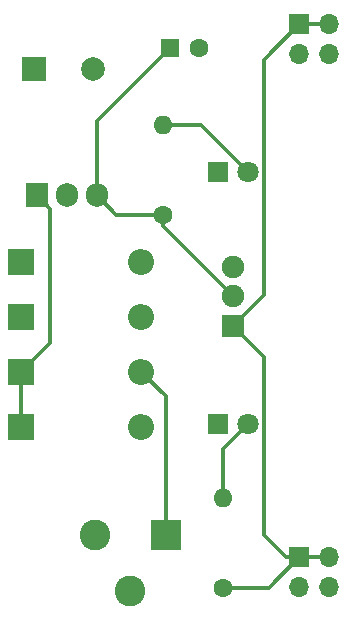
<source format=gtl>
%TF.GenerationSoftware,KiCad,Pcbnew,(5.1.6-0-10_14)*%
%TF.CreationDate,2020-11-27T13:54:23+01:00*%
%TF.ProjectId,Power_supply,506f7765-725f-4737-9570-706c792e6b69,rev?*%
%TF.SameCoordinates,Original*%
%TF.FileFunction,Copper,L1,Top*%
%TF.FilePolarity,Positive*%
%FSLAX46Y46*%
G04 Gerber Fmt 4.6, Leading zero omitted, Abs format (unit mm)*
G04 Created by KiCad (PCBNEW (5.1.6-0-10_14)) date 2020-11-27 13:54:23*
%MOMM*%
%LPD*%
G01*
G04 APERTURE LIST*
%TA.AperFunction,ComponentPad*%
%ADD10R,2.000000X2.000000*%
%TD*%
%TA.AperFunction,ComponentPad*%
%ADD11C,2.000000*%
%TD*%
%TA.AperFunction,ComponentPad*%
%ADD12R,1.600000X1.600000*%
%TD*%
%TA.AperFunction,ComponentPad*%
%ADD13C,1.600000*%
%TD*%
%TA.AperFunction,ComponentPad*%
%ADD14R,2.200000X2.200000*%
%TD*%
%TA.AperFunction,ComponentPad*%
%ADD15O,2.200000X2.200000*%
%TD*%
%TA.AperFunction,ComponentPad*%
%ADD16C,1.800000*%
%TD*%
%TA.AperFunction,ComponentPad*%
%ADD17R,1.800000X1.800000*%
%TD*%
%TA.AperFunction,ComponentPad*%
%ADD18R,2.600000X2.600000*%
%TD*%
%TA.AperFunction,ComponentPad*%
%ADD19C,2.600000*%
%TD*%
%TA.AperFunction,ComponentPad*%
%ADD20R,1.700000X1.700000*%
%TD*%
%TA.AperFunction,ComponentPad*%
%ADD21O,1.700000X1.700000*%
%TD*%
%TA.AperFunction,ComponentPad*%
%ADD22O,1.600000X1.600000*%
%TD*%
%TA.AperFunction,ComponentPad*%
%ADD23R,1.900000X1.900000*%
%TD*%
%TA.AperFunction,ComponentPad*%
%ADD24C,1.900000*%
%TD*%
%TA.AperFunction,ComponentPad*%
%ADD25R,1.905000X2.000000*%
%TD*%
%TA.AperFunction,ComponentPad*%
%ADD26O,1.905000X2.000000*%
%TD*%
%TA.AperFunction,Conductor*%
%ADD27C,0.300000*%
%TD*%
G04 APERTURE END LIST*
D10*
%TO.P,C1,1*%
%TO.N,/Vin*%
X121320000Y-87230000D03*
D11*
%TO.P,C1,2*%
%TO.N,/V-*%
X126320000Y-87230000D03*
%TD*%
D12*
%TO.P,C2,1*%
%TO.N,/Vout1*%
X132830000Y-85490000D03*
D13*
%TO.P,C2,2*%
%TO.N,/V-*%
X135330000Y-85490000D03*
%TD*%
D14*
%TO.P,D1,1*%
%TO.N,/Vin*%
X120260000Y-112893332D03*
D15*
%TO.P,D1,2*%
%TO.N,Net-(D1-Pad2)*%
X130420000Y-112893332D03*
%TD*%
%TO.P,D2,2*%
%TO.N,/V-*%
X130420000Y-103580000D03*
D14*
%TO.P,D2,1*%
%TO.N,Net-(D1-Pad2)*%
X120260000Y-103580000D03*
%TD*%
D15*
%TO.P,D3,2*%
%TO.N,Net-(D3-Pad2)*%
X130420000Y-117550000D03*
D14*
%TO.P,D3,1*%
%TO.N,/Vin*%
X120260000Y-117550000D03*
%TD*%
D15*
%TO.P,D4,2*%
%TO.N,/V-*%
X130420000Y-108236666D03*
D14*
%TO.P,D4,1*%
%TO.N,Net-(D3-Pad2)*%
X120260000Y-108236666D03*
%TD*%
D16*
%TO.P,D5,2*%
%TO.N,Net-(D5-Pad2)*%
X139455000Y-95940000D03*
D17*
%TO.P,D5,1*%
%TO.N,/V-*%
X136915000Y-95940000D03*
%TD*%
%TO.P,D6,1*%
%TO.N,/V-*%
X136915000Y-117280000D03*
D16*
%TO.P,D6,2*%
%TO.N,Net-(D6-Pad2)*%
X139455000Y-117280000D03*
%TD*%
D18*
%TO.P,J1,1*%
%TO.N,Net-(D1-Pad2)*%
X132500000Y-126730000D03*
D19*
%TO.P,J1,2*%
%TO.N,Net-(D3-Pad2)*%
X126500000Y-126730000D03*
%TO.P,J1,3*%
%TO.N,Net-(J1-Pad3)*%
X129500000Y-131430000D03*
%TD*%
D20*
%TO.P,J2,1*%
%TO.N,/Vout2*%
X143800000Y-83460000D03*
D21*
%TO.P,J2,2*%
X146340000Y-83460000D03*
%TO.P,J2,3*%
%TO.N,/V-*%
X143800000Y-86000000D03*
%TO.P,J2,4*%
X146340000Y-86000000D03*
%TD*%
%TO.P,J3,4*%
%TO.N,/V-*%
X146340000Y-131100000D03*
%TO.P,J3,3*%
X143800000Y-131100000D03*
%TO.P,J3,2*%
%TO.N,/Vout2*%
X146340000Y-128560000D03*
D20*
%TO.P,J3,1*%
X143800000Y-128560000D03*
%TD*%
D22*
%TO.P,R1,2*%
%TO.N,Net-(D5-Pad2)*%
X132240000Y-91960000D03*
D13*
%TO.P,R1,1*%
%TO.N,/Vout1*%
X132240000Y-99580000D03*
%TD*%
%TO.P,R2,1*%
%TO.N,/Vout2*%
X137330000Y-131150000D03*
D22*
%TO.P,R2,2*%
%TO.N,Net-(D6-Pad2)*%
X137330000Y-123530000D03*
%TD*%
D23*
%TO.P,SW1,1*%
%TO.N,/Vout2*%
X138190000Y-108990000D03*
D24*
%TO.P,SW1,2*%
%TO.N,/Vout1*%
X138190000Y-106490000D03*
%TO.P,SW1,3*%
%TO.N,Net-(SW1-Pad3)*%
X138190000Y-103990000D03*
%TD*%
D25*
%TO.P,U1,1*%
%TO.N,/Vin*%
X121590000Y-97940000D03*
D26*
%TO.P,U1,2*%
%TO.N,/V-*%
X124130000Y-97940000D03*
%TO.P,U1,3*%
%TO.N,/Vout1*%
X126670000Y-97940000D03*
%TD*%
D27*
%TO.N,/Vin*%
X120260000Y-117550000D02*
X120260000Y-112893332D01*
X122727490Y-99077490D02*
X121590000Y-97940000D01*
X120260000Y-112893332D02*
X122727490Y-110425842D01*
X122727490Y-110425842D02*
X122727490Y-99077490D01*
%TO.N,/Vout1*%
X132240000Y-100540000D02*
X138190000Y-106490000D01*
X132240000Y-99580000D02*
X132240000Y-100540000D01*
X128310000Y-99580000D02*
X126670000Y-97940000D01*
X132240000Y-99580000D02*
X128310000Y-99580000D01*
X126670000Y-91650000D02*
X132830000Y-85490000D01*
X126670000Y-97940000D02*
X126670000Y-91650000D01*
%TO.N,Net-(D1-Pad2)*%
X132500000Y-114973332D02*
X130420000Y-112893332D01*
X132500000Y-126730000D02*
X132500000Y-114973332D01*
%TO.N,Net-(D5-Pad2)*%
X135475000Y-91960000D02*
X139455000Y-95940000D01*
X132240000Y-91960000D02*
X135475000Y-91960000D01*
%TO.N,Net-(D6-Pad2)*%
X137330000Y-119405000D02*
X139455000Y-117280000D01*
X137330000Y-123530000D02*
X137330000Y-119405000D01*
%TO.N,/Vout2*%
X146340000Y-128560000D02*
X143800000Y-128560000D01*
X140805001Y-126715001D02*
X140805001Y-111605001D01*
X142650000Y-128560000D02*
X140805001Y-126715001D01*
X140805001Y-111605001D02*
X138190000Y-108990000D01*
X143800000Y-128560000D02*
X142650000Y-128560000D01*
X141210000Y-131150000D02*
X143800000Y-128560000D01*
X137330000Y-131150000D02*
X141210000Y-131150000D01*
X140805001Y-106374999D02*
X140805001Y-86454999D01*
X140805001Y-86454999D02*
X143800000Y-83460000D01*
X138190000Y-108990000D02*
X140805001Y-106374999D01*
X143800000Y-83460000D02*
X146340000Y-83460000D01*
%TD*%
M02*

</source>
